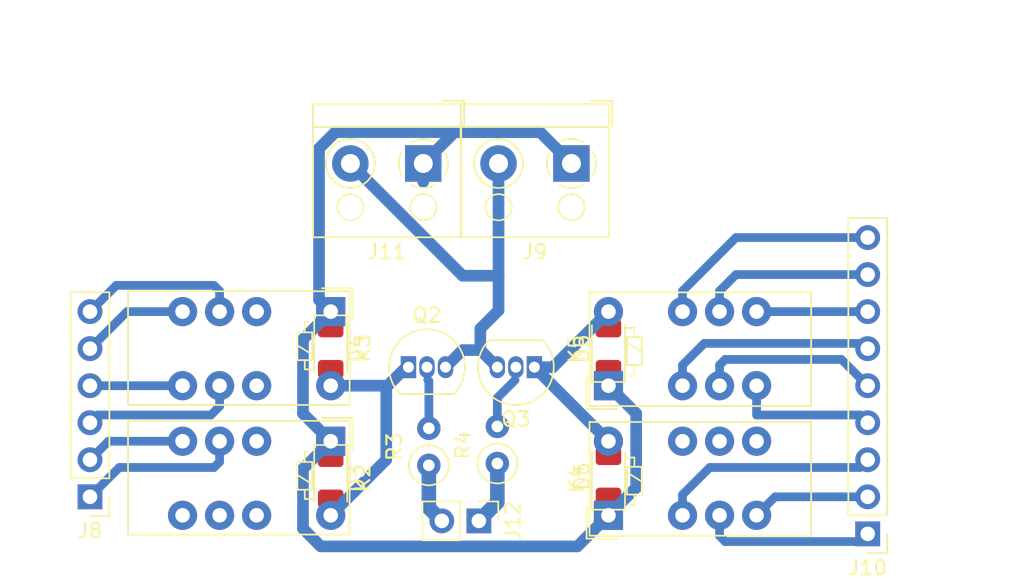
<source format=kicad_pcb>
(kicad_pcb (version 20211014) (generator pcbnew)
  (layers (0 "F.Cu" signal) (31 "B.Cu" signal) (34 "B.Paste" user) (35 "F.Paste" user) (36 "B.SilkS" user "B.Silkscreen") (37 "F.SilkS" user "F.Silkscreen") (38 "B.Mask" user) (39 "F.Mask" user) (44 "Edge.Cuts" user))
  (net 0 "")
  (net 1 "+5V")
  (net 2 "GND")
  (net 3 "Net-(D5-Pad2)")
  (net 4 "Net-(Q2-Pad2)")
  (net 5 "/L_in")
  (net 6 "/L_out")
  (net 7 "/R_out")
  (net 8 "/R_in")
  (net 9 "/GND_out")
  (net 10 "/GND_in")
  (net 11 "/AL_out_spk")
  (net 12 "/AL_in")
  (net 13 "/AL_out_phn")
  (net 14 "/AR_out_spk")
  (net 15 "/AR_in")
  (net 16 "/AR_out_pnh")
  (net 17 "/AGND_out_spk")
  (net 18 "/AGND_out_phn")
  (net 19 "/AGND_in")
  (net 20 "/WaveIO_L8")
  (net 21 "Net-(D3-Pad2)")
  (net 22 "/GPIO9")
  (net 23 "Net-(Q3-Pad2)")
  (footprint "Diode_SMD:D_1206_3216Metric" (layer "F.Cu") (at 118.872 101.346 -90)
    (fp_text reference "D3" (at 0 -1.82 90) (layer "F.SilkS"))
    (fp_text value "1N4004")
    (fp_line (start -2.285 -1.135) (end -2.285 1.135) (layer "F.SilkS") (width 0.12))
    (fp_line (start -2.285 1.135) (end 1.6 1.135) (layer "F.SilkS") (width 0.12))
    (fp_line (start 1.6 -1.135) (end -2.285 -1.135) (layer "F.SilkS") (width 0.12))
    (pad "1" smd roundrect locked (at -1.4 0 270) (size 1.25 1.75) (layers "F.Cu" "F.Paste" "F.Mask") (roundrect_rratio 0.2) (net 1 "+5V"))
    (pad "2" smd roundrect locked (at 1.4 0 270) (size 1.25 1.75) (layers "F.Cu" "F.Paste" "F.Mask") (roundrect_rratio 0.2) (net 21 "Net-(D3-Pad2)"))
  )
  (footprint "Relay_THT:Relay_DPDT_Omron_G6S-2" (layer "F.Cu") (at 118.872 89.916 -90)
    (fp_text reference "K3" (at 2.5 -2.2 90) (layer "F.SilkS"))
    (fp_text value "G6S-2")
    (fp_line (start 3.327 1.27) (end 3.327 2.286) (layer "F.SilkS") (width 0.12))
    (fp_line (start -1.6 -1.5) (end 0.6 -1.5) (layer "F.SilkS") (width 0.12))
    (fp_line (start 3.962 1.778) (end 3.327 1.778) (layer "F.SilkS") (width 0.12))
    (fp_line (start 1.422 2.286) (end 3.327 2.286) (layer "F.SilkS") (width 0.12))
    (fp_line (start -1.4 13.9) (end -1.4 -1.3) (layer "F.SilkS") (width 0.12))
    (fp_line (start 0.7 1.778) (end 1.422 1.778) (layer "F.SilkS") (width 0.12))
    (fp_line (start 6.4 -1.3) (end 6.4 13.9) (layer "F.SilkS") (width 0.12))
    (fp_line (start -1.4 -1.3) (end 6.4 -1.3) (layer "F.SilkS") (width 0.12))
    (fp_line (start -1.6 0.6) (end -1.6 -1.5) (layer "F.SilkS") (width 0.12))
    (fp_line (start 2.946 1.27) (end 2.311 2.286) (layer "F.SilkS") (width 0.12))
    (fp_line (start 0.7 1.5) (end 0.7 1.778) (layer "F.SilkS") (width 0.12))
    (fp_line (start 1.422 1.27) (end 1.422 2.286) (layer "F.SilkS") (width 0.12))
    (fp_line (start 3.327 1.27) (end 1.422 1.27) (layer "F.SilkS") (width 0.12))
    (fp_line (start 6.4 13.9) (end -1.4 13.9) (layer "F.SilkS") (width 0.12))
    (fp_line (start 3.962 1.143) (end 3.962 1.778) (layer "F.SilkS") (width 0.12))
    (pad "1" thru_hole rect locked (at 0 0 270) (size 2 2) (drill 1) (layers *.Cu *.Mask) (net 1 "+5V"))
    (pad "3" thru_hole circle locked (at 0 5.08 270) (size 2 2) (drill 1) (layers *.Cu *.Mask))
    (pad "4" thru_hole circle locked (at 0 7.62 180) (size 2 2) (drill 1) (layers *.Cu *.Mask) (net 5 "/L_in"))
    (pad "5" thru_hole circle locked (at 0 10.16 270) (size 2 2) (drill 1) (layers *.Cu *.Mask) (net 6 "/L_out"))
    (pad "8" thru_hole circle locked (at 5.08 10.16 270) (size 2 2) (drill 1) (layers *.Cu *.Mask) (net 7 "/R_out"))
    (pad "9" thru_hole circle locked (at 5.08 7.62 180) (size 2 2) (drill 1) (layers *.Cu *.Mask) (net 8 "/R_in"))
    (pad "10" thru_hole circle locked (at 5.08 5.08 270) (size 2 2) (drill 1) (layers *.Cu *.Mask))
    (pad "12" thru_hole circle locked (at 5.08 0 270) (size 2 2) (drill 1) (layers *.Cu *.Mask) (net 21 "Net-(D3-Pad2)"))
  )
  (footprint "Package_TO_SOT_THT:TO-92_Inline" (layer "F.Cu") (at 124.206 93.726)
    (fp_text reference "Q2" (at 1.27 -3.56) (layer "F.SilkS"))
    (fp_text value "BC547")
    (fp_line (start -0.53 1.85) (end 3.07 1.85) (layer "F.SilkS") (width 0.12))
    (fp_arc (start 1.27 -2.6) (mid 3.672087 -0.994977) (end 3.108478 1.838478) (layer "F.SilkS") (width 0.12))
    (fp_arc (start -0.568478 1.838478) (mid -1.132087 -0.994977) (end 1.27 -2.6) (layer "F.SilkS") (width 0.12))
    (pad "1" thru_hole rect locked (at 0 0) (size 1.05 1.5) (drill 0.75) (layers *.Cu *.Mask) (net 21 "Net-(D3-Pad2)"))
    (pad "2" thru_hole oval locked (at 1.27 0) (size 1.05 1.5) (drill 0.75) (layers *.Cu *.Mask) (net 4 "Net-(Q2-Pad2)"))
    (pad "3" thru_hole oval locked (at 2.54 0) (size 1.05 1.5) (drill 0.75) (layers *.Cu *.Mask) (net 2 "GND"))
  )
  (footprint "Connector_PinHeader_2.54mm:PinHeader_1x09_P2.54mm_Vertical" (layer "F.Cu") (at 155.702 105.156 180)
    (fp_text reference "J10" (at 0 -2.33) (layer "F.SilkS"))
    (fp_text value "Audio_Out")
    (fp_line (start -1.33 0) (end -1.33 -1.33) (layer "F.SilkS") (width 0.12))
    (fp_line (start -1.33 -1.33) (end 0 -1.33) (layer "F.SilkS") (width 0.12))
    (fp_line (start -1.33 1.27) (end -1.33 21.65) (layer "F.SilkS") (width 0.12))
    (fp_line (start 1.33 1.27) (end 1.33 21.65) (layer "F.SilkS") (width 0.12))
    (fp_line (start -1.33 21.65) (end 1.33 21.65) (layer "F.SilkS") (width 0.12))
    (fp_line (start -1.33 1.27) (end 1.33 1.27) (layer "F.SilkS") (width 0.12))
    (pad "1" thru_hole rect locked (at 0 0 180) (size 1.7 1.7) (drill 1) (layers *.Cu *.Mask) (net 19 "/AGND_in"))
    (pad "2" thru_hole oval locked (at 0 2.54 180) (size 1.7 1.7) (drill 1) (layers *.Cu *.Mask) (net 18 "/AGND_out_phn"))
    (pad "3" thru_hole oval locked (at 0 5.08 180) (size 1.7 1.7) (drill 1) (layers *.Cu *.Mask) (net 17 "/AGND_out_spk"))
    (pad "4" thru_hole oval locked (at 0 7.62 180) (size 1.7 1.7) (drill 1) (layers *.Cu *.Mask) (net 16 "/AR_out_pnh"))
    (pad "5" thru_hole oval locked (at 0 10.16 180) (size 1.7 1.7) (drill 1) (layers *.Cu *.Mask) (net 15 "/AR_in"))
    (pad "6" thru_hole oval locked (at 0 12.7 180) (size 1.7 1.7) (drill 1) (layers *.Cu *.Mask) (net 14 "/AR_out_spk"))
    (pad "7" thru_hole oval locked (at 0 15.24 180) (size 1.7 1.7) (drill 1) (layers *.Cu *.Mask) (net 13 "/AL_out_phn"))
    (pad "8" thru_hole oval locked (at 0 17.78 180) (size 1.7 1.7) (drill 1) (layers *.Cu *.Mask) (net 12 "/AL_in"))
    (pad "9" thru_hole oval locked (at 0 20.32 180) (size 1.7 1.7) (drill 1) (layers *.Cu *.Mask) (net 11 "/AL_out_spk"))
  )
  (footprint "Connector_PinHeader_2.54mm:PinHeader_1x02_P2.54mm_Vertical" (layer "F.Cu") (at 129.032 104.267 -90)
    (fp_text reference "J12" (at 0 -2.33 90) (layer "F.SilkS"))
    (fp_text value "Drive_GPIO")
    (fp_line (start -1.33 1.27) (end -1.33 3.87) (layer "F.SilkS") (width 0.12))
    (fp_line (start -1.33 -1.33) (end 0 -1.33) (layer "F.SilkS") (width 0.12))
    (fp_line (start 1.33 1.27) (end 1.33 3.87) (layer "F.SilkS") (width 0.12))
    (fp_line (start -1.33 1.27) (end 1.33 1.27) (layer "F.SilkS") (width 0.12))
    (fp_line (start -1.33 3.87) (end 1.33 3.87) (layer "F.SilkS") (width 0.12))
    (fp_line (start -1.33 0) (end -1.33 -1.33) (layer "F.SilkS") (width 0.12))
    (pad "1" thru_hole rect locked (at 0 0 270) (size 1.7 1.7) (drill 1) (layers *.Cu *.Mask) (net 22 "/GPIO9"))
    (pad "2" thru_hole oval locked (at 0 2.54 270) (size 1.7 1.7) (drill 1) (layers *.Cu *.Mask) (net 20 "/WaveIO_L8"))
  )
  (footprint "Relay_THT:Relay_DPDT_Omron_G6S-2" (layer "F.Cu") (at 137.922 94.996 90)
    (fp_text reference "K5" (at 2.5 -2.2 90) (layer "F.SilkS"))
    (fp_text value "G6S-2")
    (fp_line (start 1.422 2.286) (end 3.327 2.286) (layer "F.SilkS") (width 0.12))
    (fp_line (start -1.6 0.6) (end -1.6 -1.5) (layer "F.SilkS") (width 0.12))
    (fp_line (start -1.6 -1.5) (end 0.6 -1.5) (layer "F.SilkS") (width 0.12))
    (fp_line (start -1.4 13.9) (end -1.4 -1.3) (layer "F.SilkS") (width 0.12))
    (fp_line (start 0.7 1.5) (end 0.7 1.778) (layer "F.SilkS") (width 0.12))
    (fp_line (start 1.422 1.27) (end 1.422 2.286) (layer "F.SilkS") (width 0.12))
    (fp_line (start 3.962 1.143) (end 3.962 1.778) (layer "F.SilkS") (width 0.12))
    (fp_line (start 2.946 1.27) (end 2.311 2.286) (layer "F.SilkS") (width 0.12))
    (fp_line (start 6.4 -1.3) (end 6.4 13.9) (layer "F.SilkS") (width 0.12))
    (fp_line (start 3.962 1.778) (end 3.327 1.778) (layer "F.SilkS") (width 0.12))
    (fp_line (start 3.327 1.27) (end 1.422 1.27) (layer "F.SilkS") (width 0.12))
    (fp_line (start -1.4 -1.3) (end 6.4 -1.3) (layer "F.SilkS") (width 0.12))
    (fp_line (start 0.7 1.778) (end 1.422 1.778) (layer "F.SilkS") (width 0.12))
    (fp_line (start 3.327 1.27) (end 3.327 2.286) (layer "F.SilkS") (width 0.12))
    (fp_line (start 6.4 13.9) (end -1.4 13.9) (layer "F.SilkS") (width 0.12))
    (pad "1" thru_hole rect locked (at 0 0 90) (size 2 2) (drill 1) (layers *.Cu *.Mask) (net 1 "+5V"))
    (pad "3" thru_hole circle locked (at 0 5.08 90) (size 2 2) (drill 1) (layers *.Cu *.Mask) (net 14 "/AR_out_spk"))
    (pad "4" thru_hole circle locked (at 0 7.62) (size 2 2) (drill 1) (layers *.Cu *.Mask) (net 15 "/AR_in"))
    (pad "5" thru_hole circle locked (at 0 10.16 90) (size 2 2) (drill 1) (layers *.Cu *.Mask) (net 16 "/AR_out_pnh"))
    (pad "8" thru_hole circle locked (at 5.08 10.16 90) (size 2 2) (drill 1) (layers *.Cu *.Mask) (net 13 "/AL_out_phn"))
    (pad "9" thru_hole circle locked (at 5.08 7.62) (size 2 2) (drill 1) (layers *.Cu *.Mask) (net 12 "/AL_in"))
    (pad "10" thru_hole circle locked (at 5.08 5.08 90) (size 2 2) (drill 1) (layers *.Cu *.Mask) (net 11 "/AL_out_spk"))
    (pad "12" thru_hole circle locked (at 5.08 0 90) (size 2 2) (drill 1) (layers *.Cu *.Mask) (net 3 "Net-(D5-Pad2)"))
  )
  (footprint "Relay_THT:Relay_DPDT_Omron_G6S-2" (layer "F.Cu") (at 137.922 103.886 90)
    (fp_text reference "K4" (at 2.5 -2.2 90) (layer "F.SilkS"))
    (fp_text value "G6S-2")
    (fp_line (start 3.327 1.27) (end 3.327 2.286) (layer "F.SilkS") (width 0.12))
    (fp_line (start 6.4 -1.3) (end 6.4 13.9) (layer "F.SilkS") (width 0.12))
    (fp_line (start -1.4 -1.3) (end 6.4 -1.3) (layer "F.SilkS") (width 0.12))
    (fp_line (start 6.4 13.9) (end -1.4 13.9) (layer "F.SilkS") (width 0.12))
    (fp_line (start 0.7 1.778) (end 1.422 1.778) (layer "F.SilkS") (width 0.12))
    (fp_line (start -1.6 -1.5) (end 0.6 -1.5) (layer "F.SilkS") (width 0.12))
    (fp_line (start 1.422 1.27) (end 1.422 2.286) (layer "F.SilkS") (width 0.12))
    (fp_line (start 3.962 1.143) (end 3.962 1.778) (layer "F.SilkS") (width 0.12))
    (fp_line (start 3.327 1.27) (end 1.422 1.27) (layer "F.SilkS") (width 0.12))
    (fp_line (start 2.946 1.27) (end 2.311 2.286) (layer "F.SilkS") (width 0.12))
    (fp_line (start 3.962 1.778) (end 3.327 1.778) (layer "F.SilkS") (width 0.12))
    (fp_line (start -1.6 0.6) (end -1.6 -1.5) (layer "F.SilkS") (width 0.12))
    (fp_line (start 1.422 2.286) (end 3.327 2.286) (layer "F.SilkS") (width 0.12))
    (fp_line (start -1.4 13.9) (end -1.4 -1.3) (layer "F.SilkS") (width 0.12))
    (fp_line (start 0.7 1.5) (end 0.7 1.778) (layer "F.SilkS") (width 0.12))
    (pad "1" thru_hole rect locked (at 0 0 90) (size 2 2) (drill 1) (layers *.Cu *.Mask) (net 1 "+5V"))
    (pad "3" thru_hole circle locked (at 0 5.08 90) (size 2 2) (drill 1) (layers *.Cu *.Mask) (net 17 "/AGND_out_spk"))
    (pad "4" thru_hole circle locked (at 0 7.62) (size 2 2) (drill 1) (layers *.Cu *.Mask) (net 19 "/AGND_in"))
    (pad "5" thru_hole circle locked (at 0 10.16 90) (size 2 2) (drill 1) (layers *.Cu *.Mask) (net 18 "/AGND_out_phn"))
    (pad "8" thru_hole circle locked (at 5.08 10.16 90) (size 2 2) (drill 1) (layers *.Cu *.Mask))
    (pad "9" thru_hole circle locked (at 5.08 7.62) (size 2 2) (drill 1) (layers *.Cu *.Mask))
    (pad "10" thru_hole circle locked (at 5.08 5.08 90) (size 2 2) (drill 1) (layers *.Cu *.Mask))
    (pad "12" thru_hole circle locked (at 5.08 0 90) (size 2 2) (drill 1) (layers *.Cu *.Mask) (net 3 "Net-(D5-Pad2)"))
  )
  (footprint "Resistor_THT:R_Axial_DIN0207_L6.3mm_D2.5mm_P2.54mm_Vertical" (layer "F.Cu") (at 130.302 100.33 90)
    (fp_text reference "R4" (at 1.27 -2.37 90) (layer "F.SilkS"))
    (fp_text value "1K")
    (fp_line (start 1.37 0) (end 1.44 0) (layer "F.SilkS") (width 0.12))
    (fp_circle (center 0 0) (end 1.37 0) (layer "F.SilkS") (width 0.12) (fill none))
    (pad "1" thru_hole circle locked (at 0 0 90) (size 1.6 1.6) (drill 0.8) (layers *.Cu *.Mask) (net 22 "/GPIO9"))
    (pad "2" thru_hole oval locked (at 2.54 0 90) (size 1.6 1.6) (drill 0.8) (layers *.Cu *.Mask) (net 23 "Net-(Q3-Pad2)"))
  )
  (footprint "Diode_SMD:D_1206_3216Metric" (layer "F.Cu") (at 137.922 101.216 90)
    (fp_text reference "D6" (at 0 -1.82 90) (layer "F.SilkS"))
    (fp_text value "1N4004")
    (fp_line (start 1.6 -1.135) (end -2.285 -1.135) (layer "F.SilkS") (width 0.12))
    (fp_line (start -2.285 -1.135) (end -2.285 1.135) (layer "F.SilkS") (width 0.12))
    (fp_line (start -2.285 1.135) (end 1.6 1.135) (layer "F.SilkS") (width 0.12))
    (pad "1" smd roundrect locked (at -1.4 0 90) (size 1.25 1.75) (layers "F.Cu" "F.Paste" "F.Mask") (roundrect_rratio 0.2) (net 1 "+5V"))
    (pad "2" smd roundrect locked (at 1.4 0 90) (size 1.25 1.75) (layers "F.Cu" "F.Paste" "F.Mask") (roundrect_rratio 0.2) (net 3 "Net-(D5-Pad2)"))
  )
  (footprint "Diode_SMD:D_1206_3216Metric" (layer "F.Cu") (at 137.922 92.456 90)
    (fp_text reference "D5" (at 0 -1.82 90) (layer "F.SilkS"))
    (fp_text value "1N4004")
    (fp_line (start -2.285 -1.135) (end -2.285 1.135) (layer "F.SilkS") (width 0.12))
    (fp_line (start -2.285 1.135) (end 1.6 1.135) (layer "F.SilkS") (width 0.12))
    (fp_line (start 1.6 -1.135) (end -2.285 -1.135) (layer "F.SilkS") (width 0.12))
    (pad "1" smd roundrect locked (at -1.4 0 90) (size 1.25 1.75) (layers "F.Cu" "F.Paste" "F.Mask") (roundrect_rratio 0.2) (net 1 "+5V"))
    (pad "2" smd roundrect locked (at 1.4 0 90) (size 1.25 1.75) (layers "F.Cu" "F.Paste" "F.Mask") (roundrect_rratio 0.2) (net 3 "Net-(D5-Pad2)"))
  )
  (footprint "Package_TO_SOT_THT:TO-92_Inline" (layer "F.Cu") (at 132.842 93.726 180)
    (fp_text reference "Q3" (at 1.27 -3.56) (layer "F.SilkS"))
    (fp_text value "BC547")
    (fp_line (start -0.53 1.85) (end 3.07 1.85) (layer "F.SilkS") (width 0.12))
    (fp_arc (start 1.27 -2.6) (mid 3.672087 -0.994977) (end 3.108478 1.838478) (layer "F.SilkS") (width 0.12))
    (fp_arc (start -0.568478 1.838478) (mid -1.132087 -0.994977) (end 1.27 -2.6) (layer "F.SilkS") (width 0.12))
    (pad "1" thru_hole rect locked (at 0 0 180) (size 1.05 1.5) (drill 0.75) (layers *.Cu *.Mask) (net 3 "Net-(D5-Pad2)"))
    (pad "2" thru_hole oval locked (at 1.27 0 180) (size 1.05 1.5) (drill 0.75) (layers *.Cu *.Mask) (net 23 "Net-(Q3-Pad2)"))
    (pad "3" thru_hole oval locked (at 2.54 0 180) (size 1.05 1.5) (drill 0.75) (layers *.Cu *.Mask) (net 2 "GND"))
  )
  (footprint "TerminalBlock_RND:TerminalBlock_RND_205-00001_1x02_P5.00mm_Horizontal" (layer "F.Cu") (at 135.382 79.756 180)
    (fp_text reference "J9" (at 2.5 -6.06) (layer "F.SilkS"))
    (fp_text value "PWR_From_Control_Brd")
    (fp_line (start 6.275 -1.069) (end 6.181 -0.976) (layer "F.SilkS") (width 0.12))
    (fp_line (start -2.8 4.3) (end -1.3 4.3) (layer "F.SilkS") (width 0.12))
    (fp_line (start -2.8 2.56) (end -2.8 4.3) (layer "F.SilkS") (width 0.12))
    (fp_line (start 3.82 0.976) (end 3.726 1.069) (layer "F.SilkS") (width 0.12))
    (fp_line (start -2.56 -5.06) (end 7.56 -5.06) (layer "F.SilkS") (width 0.12))
    (fp_line (start -2.56 4.06) (end 7.56 4.06) (layer "F.SilkS") (width 0.12))
    (fp_line (start -2.56 2.5) (end 7.56 2.5) (layer "F.SilkS") (width 0.12))
    (fp_line (start 7.56 -5.06) (end 7.56 4.06) (layer "F.SilkS") (width 0.12))
    (fp_line (start 3.99 1.216) (end 3.931 1.274) (layer "F.SilkS") (width 0.12))
    (fp_line (start 6.07 -1.275) (end 6.011 -1.216) (layer "F.SilkS") (width 0.12))
    (fp_line (start -2.56 -5.06) (end -2.56 4.06) (layer "F.SilkS") (width 0.12))
    (fp_arc (start -1.483953 0.789089) (mid -1.680708 0.00005) (end -1.484 -0.789) (layer "F.SilkS") (width 0.12))
    (fp_arc (start -0.789089 -1.483953) (mid -0.00005 -1.680708) (end 0.789 -1.484) (layer "F.SilkS") (width 0.12))
    (fp_arc (start 0.788712 1.483352) (mid 0.406429 1.630097) (end 0 1.68) (layer "F.SilkS") (width 0.12))
    (fp_arc (start 1.483953 -0.789089) (mid 1.680708 -0.00005) (end 1.484 0.789) (layer "F.SilkS") (width 0.12))
    (fp_arc (start 0.029383 1.68045) (mid -0.392304 1.634281) (end -0.789 1.484) (layer "F.SilkS") (width 0.12))
    (fp_circle (center 5 -3) (end 5.9 -3) (layer "F.SilkS") (width 0.12) (fill none))
    (fp_circle (center 0 -3) (end 0.9 -3) (layer "F.SilkS") (width 0.12) (fill none))
    (fp_circle (center 5 0) (end 6.68 0) (layer "F.SilkS") (width 0.12) (fill none))
    (pad "1" thru_hole rect locked (at 0 0 180) (size 2.5 2.5) (drill 1.3) (layers *.Cu *.Mask) (net 1 "+5V"))
    (pad "2" thru_hole circle locked (at 5 0 180) (size 2.5 2.5) (drill 1.3) (layers *.Cu *.Mask) (net 2 "GND"))
  )
  (footprint "Connector_PinHeader_2.54mm:PinHeader_1x06_P2.54mm_Vertical" (layer "F.Cu") (at 102.362 102.616 180)
    (fp_text reference "J8" (at 0 -2.33) (layer "F.SilkS"))
    (fp_text value "Mute_dac")
    (fp_line (start 1.33 1.27) (end 1.33 14.03) (layer "F.SilkS") (width 0.12))
    (fp_line (start -1.33 0) (end -1.33 -1.33) (layer "F.SilkS") (width 0.12))
    (fp_line (start -1.33 1.27) (end 1.33 1.27) (layer "F.SilkS") (width 0.12))
    (fp_line (start -1.33 1.27) (end -1.33 14.03) (layer "F.SilkS") (width 0.12))
    (fp_line (start -1.33 -1.33) (end 0 -1.33) (layer "F.SilkS") (width 0.12))
    (fp_line (start -1.33 14.03) (end 1.33 14.03) (layer "F.SilkS") (width 0.12))
    (pad "1" thru_hole rect locked (at 0 0 180) (size 1.7 1.7) (drill 1) (layers *.Cu *.Mask) (net 10 "/GND_in"))
    (pad "2" thru_hole oval locked (at 0 2.54 180) (size 1.7 1.7) (drill 1) (layers *.Cu *.Mask) (net 9 "/GND_out"))
    (pad "3" thru_hole oval locked (at 0 5.08 180) (size 1.7 1.7) (drill 1) (layers *.Cu *.Mask) (net 8 "/R_in"))
    (pad "4" thru_hole oval locked (at 0 7.62 180) (size 1.7 1.7) (drill 1) (layers *.Cu *.Mask) (net 7 "/R_out"))
    (pad "5" thru_hole oval locked (at 0 10.16 180) (size 1.7 1.7) (drill 1) (layers *.Cu *.Mask) (net 6 "/L_out"))
    (pad "6" thru_hole oval locked (at 0 12.7 180) (size 1.7 1.7) (drill 1) (layers *.Cu *.Mask) (net 5 "/L_in"))
  )
  (footprint "Relay_THT:Relay_DPDT_Omron_G6S-2" (layer "F.Cu") (at 118.872 98.806 -90)
    (fp_text reference "K2" (at 2.5 -2.2 90) (layer "F.SilkS"))
    (fp_text value "G6S-2")
    (fp_line (start -1.6 0.6) (end -1.6 -1.5) (layer "F.SilkS") (width 0.12))
    (fp_line (start 3.327 1.27) (end 1.422 1.27) (layer "F.SilkS") (width 0.12))
    (fp_line (start 1.422 2.286) (end 3.327 2.286) (layer "F.SilkS") (width 0.12))
    (fp_line (start 6.4 13.9) (end -1.4 13.9) (layer "F.SilkS") (width 0.12))
    (fp_line (start 3.962 1.143) (end 3.962 1.778) (layer "F.SilkS") (width 0.12))
    (fp_line (start 3.962 1.778) (end 3.327 1.778) (layer "F.SilkS") (width 0.12))
    (fp_line (start 6.4 -1.3) (end 6.4 13.9) (layer "F.SilkS") (width 0.12))
    (fp_line (start -1.6 -1.5) (end 0.6 -1.5) (layer "F.SilkS") (width 0.12))
    (fp_line (start 0.7 1.5) (end 0.7 1.778) (layer "F.SilkS") (width 0.12))
    (fp_line (start 2.946 1.27) (end 2.311 2.286) (layer "F.SilkS") (width 0.12))
    (fp_line (start 1.422 1.27) (end 1.422 2.286) (layer "F.SilkS") (width 0.12))
    (fp_line (start 0.7 1.778) (end 1.422 1.778) (layer "F.SilkS") (width 0.12))
    (fp_line (start 3.327 1.27) (end 3.327 2.286) (layer "F.SilkS") (width 0.12))
    (fp_line (start -1.4 13.9) (end -1.4 -1.3) (layer "F.SilkS") (width 0.12))
    (fp_line (start -1.4 -1.3) (end 6.4 -1.3) (layer "F.SilkS") (width 0.12))
    (pad "1" thru_hole rect locked (at 0 0 270) (size 2 2) (drill 1) (layers *.Cu *.Mask) (net 1 "+5V"))
    (pad "3" thru_hole circle locked (at 0 5.08 270) (size 2 2) (drill 1) (layers *.Cu *.Mask))
    (pad "4" thru_hole circle locked (at 0 7.62 180) (size 2 2) (drill 1) (layers *.Cu *.Mask) (net 10 "/GND_in"))
    (pad "5" thru_hole circle locked (at 0 10.16 270) (size 2 2) (drill 1) (layers *.Cu *.Mask) (net 9 "/GND_out"))
    (pad "8" thru_hole circle locked (at 5.08 10.16 270) (size 2 2) (drill 1) (layers *.Cu *.Mask))
    (pad "9" thru_hole circle locked (at 5.08 7.62 180) (size 2 2) (drill 1) (layers *.Cu *.Mask))
    (pad "10" thru_hole circle locked (at 5.08 5.08 270) (size 2 2) (drill 1) (layers *.Cu *.Mask))
    (pad "12" thru_hole circle locked (at 5.08 0 270) (size 2 2) (drill 1) (layers *.Cu *.Mask) (net 21 "Net-(D3-Pad2)"))
  )
  (footprint "Diode_SMD:D_1206_3216Metric" (layer "F.Cu") (at 118.872 92.456 -90)
    (fp_text reference "D4" (at 0 -1.82 90) (layer "F.SilkS"))
    (fp_text value "1N4004")
    (fp_line (start -2.285 -1.135) (end -2.285 1.135) (layer "F.SilkS") (width 0.12))
    (fp_line (start 1.6 -1.135) (end -2.285 -1.135) (layer "F.SilkS") (width 0.12))
    (fp_line (start -2.285 1.135) (end 1.6 1.135) (layer "F.SilkS") (width 0.12))
    (pad "1" smd roundrect locked (at -1.4 0 270) (size 1.25 1.75) (layers "F.Cu" "F.Paste" "F.Mask") (roundrect_rratio 0.2) (net 1 "+5V"))
    (pad "2" smd roundrect locked (at 1.4 0 270) (size 1.25 1.75) (layers "F.Cu" "F.Paste" "F.Mask") (roundrect_rratio 0.2) (net 21 "Net-(D3-Pad2)"))
  )
  (footprint "Resistor_THT:R_Axial_DIN0207_L6.3mm_D2.5mm_P2.54mm_Vertical" (layer "F.Cu") (at 125.603 100.457 90)
    (fp_text reference "R3" (at 1.27 -2.37 90) (layer "F.SilkS"))
    (fp_text value "1K")
    (fp_line (start 1.37 0) (end 1.44 0) (layer "F.SilkS") (width 0.12))
    (fp_circle (center 0 0) (end 1.37 0) (layer "F.SilkS") (width 0.12) (fill none))
    (pad "1" thru_hole circle locked (at 0 0 90) (size 1.6 1.6) (drill 0.8) (layers *.Cu *.Mask) (net 20 "/WaveIO_L8"))
    (pad "2" thru_hole oval locked (at 2.54 0 90) (size 1.6 1.6) (drill 0.8) (layers *.Cu *.Mask) (net 4 "Net-(Q2-Pad2)"))
  )
  (footprint "TerminalBlock_RND:TerminalBlock_RND_205-00001_1x02_P5.00mm_Horizontal" (layer "F.Cu") (at 125.222 79.756 180)
    (fp_text reference "J11" (at 2.5 -6.06) (layer "F.SilkS"))
    (fp_text value "PWR_To_Display_BLK")
    (fp_line (start -2.8 4.3) (end -1.3 4.3) (layer "F.SilkS") (width 0.12))
    (fp_line (start 3.99 1.216) (end 3.931 1.274) (layer "F.SilkS") (width 0.12))
    (fp_line (start -2.56 4.06) (end 7.56 4.06) (layer "F.SilkS") (width 0.12))
    (fp_line (start 3.82 0.976) (end 3.726 1.069) (layer "F.SilkS") (width 0.12))
    (fp_line (start 7.56 -5.06) (end 7.56 4.06) (layer "F.SilkS") (width 0.12))
    (fp_line (start -2.56 -5.06) (end 7.56 -5.06) (layer "F.SilkS") (width 0.12))
    (fp_line (start -2.8 2.56) (end -2.8 4.3) (layer "F.SilkS") (width 0.12))
    (fp_line (start -2.56 2.5) (end 7.56 2.5) (layer "F.SilkS") (width 0.12))
    (fp_line (start 6.07 -1.275) (end 6.011 -1.216) (layer "F.SilkS") (width 0.12))
    (fp_line (start -2.56 -5.06) (end -2.56 4.06) (layer "F.SilkS") (width 0.12))
    (fp_line (start 6.275 -1.069) (end 6.181 -0.976) (layer "F.SilkS") (width 0.12))
    (fp_arc (start -1.483953 0.789089) (mid -1.680708 0.00005) (end -1.484 -0.789) (layer "F.SilkS") (width 0.12))
    (fp_arc (start 0.788712 1.483352) (mid 0.406429 1.630097) (end 0 1.68) (layer "F.SilkS") (width 0.12))
    (fp_arc (start -0.789089 -1.483953) (mid -0.00005 -1.680708) (end 0.789 -1.484) (layer "F.SilkS") (width 0.12))
    (fp_arc (start 0.029383 1.68045) (mid -0.392304 1.634281) (end -0.789 1.484) (layer "F.SilkS") (width 0.12))
    (fp_arc (start 1.483953 -0.789089) (mid 1.680708 -0.00005) (end 1.484 0.789) (layer "F.SilkS") (width 0.12))
    (fp_circle (center 5 0) (end 6.68 0) (layer "F.SilkS") (width 0.12) (fill none))
    (fp_circle (center 0 -3) (end 0.9 -3) (layer "F.SilkS") (width 0.12) (fill none))
    (fp_circle (center 5 -3) (end 5.9 -3) (layer "F.SilkS") (width 0.12) (fill none))
    (pad "1" thru_hole rect locked (at 0 0 180) (size 2.5 2.5) (drill 1.3) (layers *.Cu *.Mask) (net 1 "+5V"))
    (pad "2" thru_hole circle locked (at 5 0 180) (size 2.5 2.5) (drill 1.3) (layers *.Cu *.Mask) (net 2 "GND"))
  )
  (segment (start 135.382 79.756) (end 133.231999 77.605999) (width 0.8) (layer "B.Cu") (net 1))
  (segment (start 116.971999 91.816001) (end 118.872 89.916) (width 0.8) (layer "B.Cu") (net 1))
  (segment (start 118.071999 89.115999) (end 118.872 89.916) (width 0.8) (layer "B.Cu") (net 1))
  (segment (start 118.190999 106.017001) (end 135.790999 106.017001) (width 0.8) (layer "B.Cu") (net 1))
  (segment (start 136.021999 80.395999) (end 135.382 79.756) (width 0.8) (layer "B.Cu") (net 1))
  (segment (start 133.231999 77.605999) (end 119.189999 77.605999) (width 0.8) (layer "B.Cu") (net 1))
  (segment (start 125.222 79.756) (end 125.222 81.026) (width 0.8) (layer "B.Cu") (net 1))
  (segment (start 116.971999 104.798001) (end 118.190999 106.017001) (width 0.8) (layer "B.Cu") (net 1))
  (segment (start 119.189999 77.605999) (end 118.071999 78.723999) (width 0.8) (layer "B.Cu") (net 1))
  (segment (start 135.790999 106.017001) (end 137.922 103.886) (width 0.8) (layer "B.Cu") (net 1))
  (segment (start 118.872 98.806) (end 116.971999 96.905999) (width 0.8) (layer "B.Cu") (net 1))
  (segment (start 116.971999 100.706001) (end 116.971999 104.798001) (width 0.8) (layer "B.Cu") (net 1))
  (segment (start 116.971999 96.905999) (end 116.971999 91.816001) (width 0.8) (layer "B.Cu") (net 1))
  (segment (start 125.222 79.756) (end 127.372001 77.605999) (width 0.8) (layer "B.Cu") (net 1))
  (segment (start 127.372001 77.605999) (end 133.231999 77.605999) (width 0.8) (layer "B.Cu") (net 1))
  (segment (start 139.822001 101.985999) (end 139.822001 96.896001) (width 0.8) (layer "B.Cu") (net 1))
  (segment (start 118.071999 78.723999) (end 118.071999 89.115999) (width 0.8) (layer "B.Cu") (net 1))
  (segment (start 139.822001 96.896001) (end 137.922 94.996) (width 0.8) (layer "B.Cu") (net 1))
  (segment (start 137.922 103.886) (end 139.822001 101.985999) (width 0.8) (layer "B.Cu") (net 1))
  (segment (start 118.872 98.806) (end 116.971999 100.706001) (width 0.8) (layer "B.Cu") (net 1))
  (segment (start 126.90101 93.57099) (end 126.90101 93.726) (width 0.8) (layer "B.Cu") (net 2))
  (segment (start 127.922 87.456) (end 130.382 87.456) (width 0.8) (layer "B.Cu") (net 2))
  (segment (start 130.382 79.756) (end 130.382 87.456) (width 0.8) (layer "B.Cu") (net 2))
  (segment (start 129.132001 92.556001) (end 130.14699 93.57099) (width 0.8) (layer "B.Cu") (net 2))
  (segment (start 130.14699 93.57099) (end 130.14699 93.726) (width 0.8) (layer "B.Cu") (net 2))
  (segment (start 127.915999 92.556001) (end 126.90101 93.57099) (width 0.8) (layer "B.Cu") (net 2))
  (segment (start 129.132001 92.556001) (end 127.915999 92.556001) (width 0.8) (layer "B.Cu") (net 2))
  (segment (start 130.382 87.456) (end 130.382 89.836) (width 0.8) (layer "B.Cu") (net 2))
  (segment (start 120.222 79.756) (end 127.922 87.456) (width 0.8) (layer "B.Cu") (net 2))
  (segment (start 129.132001 91.085999) (end 129.132001 92.556001) (width 0.8) (layer "B.Cu") (net 2))
  (segment (start 130.382 89.836) (end 129.132001 91.085999) (width 0.8) (layer "B.Cu") (net 2))
  (segment (start 132.99701 93.88101) (end 132.99701 93.726) (width 0.8) (layer "B.Cu") (net 3))
  (segment (start 137.922 89.916) (end 134.112 93.726) (width 0.8) (layer "B.Cu") (net 3))
  (segment (start 137.922 98.806) (end 132.99701 93.88101) (width 0.8) (layer "B.Cu") (net 3))
  (segment (start 134.112 93.726) (end 132.99701 93.726) (width 0.8) (layer "B.Cu") (net 3))
  (segment (start 125.603 97.917) (end 125.603 94.681847) (width 0.6) (layer "B.Cu") (net 4))
  (segment (start 125.603 94.681847) (end 125.531001 94.609848) (width 0.6) (layer "B.Cu") (net 4))
  (segment (start 110.866212 88.115999) (end 104.162001 88.115999) (width 0.6) (layer "B.Cu") (net 5))
  (segment (start 111.252 88.501787) (end 110.866212 88.115999) (width 0.6) (layer "B.Cu") (net 5))
  (segment (start 104.162001 88.115999) (end 102.362 89.916) (width 0.6) (layer "B.Cu") (net 5))
  (segment (start 111.252 89.916) (end 111.252 88.501787) (width 0.6) (layer "B.Cu") (net 5))
  (segment (start 108.712 89.916) (end 104.902 89.916) (width 0.6) (layer "B.Cu") (net 6))
  (segment (start 104.902 89.916) (end 102.362 92.456) (width 0.6) (layer "B.Cu") (net 6))
  (segment (start 108.712 94.996) (end 102.362 94.996) (width 0.6) (layer "B.Cu") (net 7))
  (segment (start 102.892001 97.005999) (end 102.362 97.536) (width 0.6) (layer "B.Cu") (net 8))
  (segment (start 111.252 96.410213) (end 110.656214 97.005999) (width 0.6) (layer "B.Cu") (net 8))
  (segment (start 111.252 94.996) (end 111.252 96.410213) (width 0.6) (layer "B.Cu") (net 8))
  (segment (start 110.656214 97.005999) (end 102.892001 97.005999) (width 0.6) (layer "B.Cu") (net 8))
  (segment (start 108.712 98.806) (end 103.632 98.806) (width 0.6) (layer "B.Cu") (net 9))
  (segment (start 103.632 98.806) (end 102.362 100.076) (width 0.6) (layer "B.Cu") (net 9))
  (segment (start 110.866212 100.606001) (end 111.252 100.220213) (width 0.6) (layer "B.Cu") (net 10))
  (segment (start 102.362 102.616) (end 104.371999 100.606001) (width 0.6) (layer "B.Cu") (net 10))
  (segment (start 111.252 100.220213) (end 111.252 98.806) (width 0.6) (layer "B.Cu") (net 10))
  (segment (start 104.371999 100.606001) (end 110.866212 100.606001) (width 0.6) (layer "B.Cu") (net 10))
  (segment (start 143.002 89.916) (end 143.002 88.501787) (width 0.6) (layer "B.Cu") (net 11))
  (segment (start 146.667787 84.836) (end 155.702 84.836) (width 0.6) (layer "B.Cu") (net 11))
  (segment (start 143.002 88.501787) (end 146.667787 84.836) (width 0.6) (layer "B.Cu") (net 11))
  (segment (start 146.667787 87.376) (end 155.702 87.376) (width 0.6) (layer "B.Cu") (net 12))
  (segment (start 145.542 88.501787) (end 146.667787 87.376) (width 0.6) (layer "B.Cu") (net 12))
  (segment (start 145.542 89.916) (end 145.542 88.501787) (width 0.6) (layer "B.Cu") (net 12))
  (segment (start 148.082 89.916) (end 155.702 89.916) (width 0.6) (layer "B.Cu") (net 13))
  (segment (start 144.487798 92.095989) (end 155.341989 92.095989) (width 0.6) (layer "B.Cu") (net 14))
  (segment (start 155.341989 92.095989) (end 155.702 92.456) (width 0.6) (layer "B.Cu") (net 14))
  (segment (start 143.002 94.996) (end 143.002 93.581787) (width 0.6) (layer "B.Cu") (net 14))
  (segment (start 143.002 93.581787) (end 144.487798 92.095989) (width 0.6) (layer "B.Cu") (net 14))
  (segment (start 153.901999 93.195999) (end 155.702 94.996) (width 0.6) (layer "B.Cu") (net 15))
  (segment (start 145.542 94.996) (end 145.542 93.581787) (width 0.6) (layer "B.Cu") (net 15))
  (segment (start 145.927788 93.195999) (end 153.901999 93.195999) (width 0.6) (layer "B.Cu") (net 15))
  (segment (start 145.542 93.581787) (end 145.927788 93.195999) (width 0.6) (layer "B.Cu") (net 15))
  (segment (start 148.082 97.005999) (end 155.171999 97.005999) (width 0.6) (layer "B.Cu") (net 16))
  (segment (start 148.082 94.996) (end 148.082 97.005999) (width 0.6) (layer "B.Cu") (net 16))
  (segment (start 155.171999 97.005999) (end 155.702 97.536) (width 0.6) (layer "B.Cu") (net 16))
  (segment (start 143.002 102.471787) (end 144.867786 100.606001) (width 0.6) (layer "B.Cu") (net 17))
  (segment (start 143.002 103.886) (end 143.002 102.471787) (width 0.6) (layer "B.Cu") (net 17))
  (segment (start 144.867786 100.606001) (end 155.171999 100.606001) (width 0.6) (layer "B.Cu") (net 17))
  (segment (start 155.171999 100.606001) (end 155.702 100.076) (width 0.6) (layer "B.Cu") (net 17))
  (segment (start 149.352 102.616) (end 155.702 102.616) (width 0.6) (layer "B.Cu") (net 18))
  (segment (start 148.082 103.886) (end 149.352 102.616) (width 0.6) (layer "B.Cu") (net 18))
  (segment (start 145.927788 105.686001) (end 155.171999 105.686001) (width 0.6) (layer "B.Cu") (net 19))
  (segment (start 145.542 103.886) (end 145.542 105.300213) (width 0.6) (layer "B.Cu") (net 19))
  (segment (start 155.171999 105.686001) (end 155.702 105.156) (width 0.6) (layer "B.Cu") (net 19))
  (segment (start 145.542 105.300213) (end 145.927788 105.686001) (width 0.6) (layer "B.Cu") (net 19))
  (segment (start 125.603 100.457) (end 125.603 103.378) (width 1) (layer "B.Cu") (net 20))
  (segment (start 125.603 103.378) (end 126.492 104.267) (width 1) (layer "B.Cu") (net 20))
  (segment (start 122.78099 94.996) (end 124.05099 93.726) (width 0.8) (layer "B.Cu") (net 21))
  (segment (start 118.872 94.996) (end 122.682 94.996) (width 0.8) (layer "B.Cu") (net 21))
  (segment (start 122.682 94.996) (end 122.78099 94.996) (width 0.8) (layer "B.Cu") (net 21))
  (segment (start 118.872 103.886) (end 122.682 100.076) (width 0.8) (layer "B.Cu") (net 21))
  (segment (start 122.682 100.076) (end 122.682 94.996) (width 0.8) (layer "B.Cu") (net 21))
  (segment (start 130.302 102.997) (end 129.032 104.267) (width 1) (layer "B.Cu") (net 22))
  (segment (start 130.302 100.33) (end 130.302 102.997) (width 1) (layer "B.Cu") (net 22))
  (segment (start 130.302 95.824847) (end 131.516999 94.609848) (width 0.6) (layer "B.Cu") (net 23))
  (segment (start 130.302 97.79) (end 130.302 95.824847) (width 0.6) (layer "B.Cu") (net 23))
)
</source>
